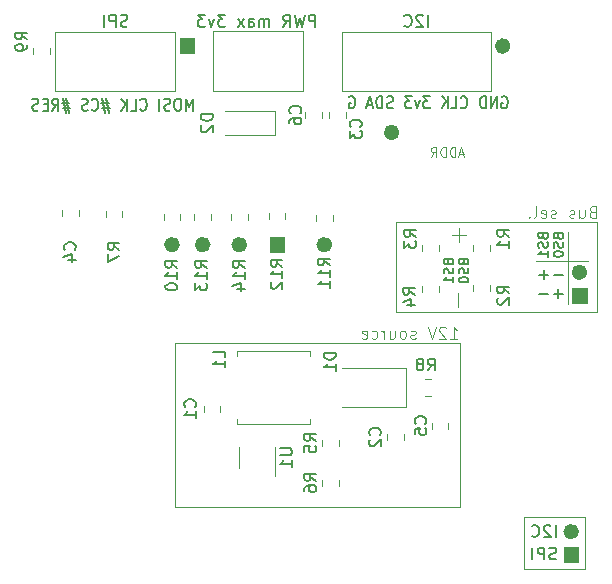
<source format=gbr>
%TF.GenerationSoftware,KiCad,Pcbnew,6.0.4-6f826c9f35~116~ubuntu20.04.1*%
%TF.CreationDate,2022-05-16T10:16:55+00:00*%
%TF.ProjectId,OLED01A,4f4c4544-3031-4412-9e6b-696361645f70,rev?*%
%TF.SameCoordinates,PX72ba1e0PY737d6e0*%
%TF.FileFunction,Legend,Bot*%
%TF.FilePolarity,Positive*%
%FSLAX46Y46*%
G04 Gerber Fmt 4.6, Leading zero omitted, Abs format (unit mm)*
G04 Created by KiCad (PCBNEW 6.0.4-6f826c9f35~116~ubuntu20.04.1) date 2022-05-16 10:16:55*
%MOMM*%
%LPD*%
G01*
G04 APERTURE LIST*
%ADD10C,0.120000*%
%ADD11C,0.660000*%
%ADD12C,0.100000*%
%ADD13C,0.150000*%
G04 APERTURE END LIST*
D10*
X50700000Y19800000D02*
X49500000Y19800000D01*
X49500000Y19800000D02*
X49500000Y18500000D01*
X49500000Y18500000D02*
X50700000Y18500000D01*
X50700000Y18500000D02*
X50700000Y19800000D01*
G36*
X50700000Y19800000D02*
G01*
X49500000Y19800000D01*
X49500000Y18500000D01*
X50700000Y18500000D01*
X50700000Y19800000D01*
G37*
D11*
X16630000Y45400000D02*
G75*
G03*
X16630000Y45400000I-330000J0D01*
G01*
D10*
X30664587Y63434051D02*
X43352540Y63434051D01*
X43352540Y63434051D02*
X43352540Y58363074D01*
X43352540Y58363074D02*
X30664587Y58363074D01*
X30664587Y58363074D02*
X30664587Y63434051D01*
X25800000Y46050000D02*
X24600000Y46050000D01*
X24600000Y46050000D02*
X24600000Y44750000D01*
X24600000Y44750000D02*
X25800000Y44750000D01*
X25800000Y44750000D02*
X25800000Y46050000D01*
G36*
X25800000Y46050000D02*
G01*
X24600000Y46050000D01*
X24600000Y44750000D01*
X25800000Y44750000D01*
X25800000Y46050000D01*
G37*
X52300000Y47300000D02*
X35300000Y47300000D01*
X35300000Y47300000D02*
X35300000Y39700000D01*
X35300000Y39700000D02*
X52300000Y39700000D01*
X52300000Y39700000D02*
X52300000Y47300000D01*
X49800000Y46500000D02*
X49800000Y40400000D01*
X40675000Y37100000D02*
X16600000Y37100000D01*
X16600000Y37100000D02*
X16600000Y23200000D01*
X16600000Y23200000D02*
X40675000Y23200000D01*
X40675000Y23200000D02*
X40675000Y37100000D01*
X6426060Y63430036D02*
X16577435Y63430036D01*
X16577435Y63430036D02*
X16577435Y58363774D01*
X16577435Y58363774D02*
X6426060Y58363774D01*
X6426060Y58363774D02*
X6426060Y63430036D01*
D11*
X44630000Y62200000D02*
G75*
G03*
X44630000Y62200000I-330000J0D01*
G01*
D10*
X51400000Y41750000D02*
X50200000Y41750000D01*
X50200000Y41750000D02*
X50200000Y40450000D01*
X50200000Y40450000D02*
X51400000Y40450000D01*
X51400000Y40450000D02*
X51400000Y41750000D01*
G36*
X51400000Y41750000D02*
G01*
X50200000Y41750000D01*
X50200000Y40450000D01*
X51400000Y40450000D01*
X51400000Y41750000D01*
G37*
X51300000Y22300000D02*
X46100000Y22300000D01*
X46100000Y22300000D02*
X46100000Y17900000D01*
X46100000Y17900000D02*
X51300000Y17900000D01*
X51300000Y17900000D02*
X51300000Y22300000D01*
X18150000Y62900000D02*
X16950000Y62900000D01*
X16950000Y62900000D02*
X16950000Y61600000D01*
X16950000Y61600000D02*
X18150000Y61600000D01*
X18150000Y61600000D02*
X18150000Y62900000D01*
G36*
X18150000Y62900000D02*
G01*
X16950000Y62900000D01*
X16950000Y61600000D01*
X18150000Y61600000D01*
X18150000Y62900000D01*
G37*
D11*
X35230000Y54900000D02*
G75*
G03*
X35230000Y54900000I-330000J0D01*
G01*
D10*
X19800000Y63450000D02*
X27406340Y63450000D01*
X27406340Y63450000D02*
X27406340Y58362440D01*
X27406340Y58362440D02*
X19800000Y58362440D01*
X19800000Y58362440D02*
X19800000Y63450000D01*
D11*
X22330000Y45400000D02*
G75*
G03*
X22330000Y45400000I-330000J0D01*
G01*
X19230000Y45400000D02*
G75*
G03*
X19230000Y45400000I-330000J0D01*
G01*
X51130000Y43050000D02*
G75*
G03*
X51130000Y43050000I-330000J0D01*
G01*
X50430000Y21100000D02*
G75*
G03*
X50430000Y21100000I-330000J0D01*
G01*
X29530000Y45400000D02*
G75*
G03*
X29530000Y45400000I-330000J0D01*
G01*
D10*
X51500000Y44000000D02*
X47100000Y44000000D01*
D12*
X51900000Y48171429D02*
X51757142Y48123810D01*
X51709523Y48076191D01*
X51661904Y47980953D01*
X51661904Y47838096D01*
X51709523Y47742858D01*
X51757142Y47695239D01*
X51852380Y47647620D01*
X52233333Y47647620D01*
X52233333Y48647620D01*
X51900000Y48647620D01*
X51804761Y48600000D01*
X51757142Y48552381D01*
X51709523Y48457143D01*
X51709523Y48361905D01*
X51757142Y48266667D01*
X51804761Y48219048D01*
X51900000Y48171429D01*
X52233333Y48171429D01*
X50804761Y48314286D02*
X50804761Y47647620D01*
X51233333Y48314286D02*
X51233333Y47790477D01*
X51185714Y47695239D01*
X51090476Y47647620D01*
X50947619Y47647620D01*
X50852380Y47695239D01*
X50804761Y47742858D01*
X50376190Y47695239D02*
X50280952Y47647620D01*
X50090476Y47647620D01*
X49995238Y47695239D01*
X49947619Y47790477D01*
X49947619Y47838096D01*
X49995238Y47933334D01*
X50090476Y47980953D01*
X50233333Y47980953D01*
X50328571Y48028572D01*
X50376190Y48123810D01*
X50376190Y48171429D01*
X50328571Y48266667D01*
X50233333Y48314286D01*
X50090476Y48314286D01*
X49995238Y48266667D01*
X48804761Y47695239D02*
X48709523Y47647620D01*
X48519047Y47647620D01*
X48423809Y47695239D01*
X48376190Y47790477D01*
X48376190Y47838096D01*
X48423809Y47933334D01*
X48519047Y47980953D01*
X48661904Y47980953D01*
X48757142Y48028572D01*
X48804761Y48123810D01*
X48804761Y48171429D01*
X48757142Y48266667D01*
X48661904Y48314286D01*
X48519047Y48314286D01*
X48423809Y48266667D01*
X47566666Y47695239D02*
X47661904Y47647620D01*
X47852380Y47647620D01*
X47947619Y47695239D01*
X47995238Y47790477D01*
X47995238Y48171429D01*
X47947619Y48266667D01*
X47852380Y48314286D01*
X47661904Y48314286D01*
X47566666Y48266667D01*
X47519047Y48171429D01*
X47519047Y48076191D01*
X47995238Y47980953D01*
X46947619Y47647620D02*
X47042857Y47695239D01*
X47090476Y47790477D01*
X47090476Y48647620D01*
X46566666Y47742858D02*
X46519047Y47695239D01*
X46566666Y47647620D01*
X46614285Y47695239D01*
X46566666Y47742858D01*
X46566666Y47647620D01*
D13*
X44235714Y57900000D02*
X44321428Y57947620D01*
X44450000Y57947620D01*
X44578571Y57900000D01*
X44664285Y57804762D01*
X44707142Y57709524D01*
X44750000Y57519048D01*
X44750000Y57376191D01*
X44707142Y57185715D01*
X44664285Y57090477D01*
X44578571Y56995239D01*
X44450000Y56947620D01*
X44364285Y56947620D01*
X44235714Y56995239D01*
X44192857Y57042858D01*
X44192857Y57376191D01*
X44364285Y57376191D01*
X43807142Y56947620D02*
X43807142Y57947620D01*
X43292857Y56947620D01*
X43292857Y57947620D01*
X42864285Y56947620D02*
X42864285Y57947620D01*
X42650000Y57947620D01*
X42521428Y57900000D01*
X42435714Y57804762D01*
X42392857Y57709524D01*
X42350000Y57519048D01*
X42350000Y57376191D01*
X42392857Y57185715D01*
X42435714Y57090477D01*
X42521428Y56995239D01*
X42650000Y56947620D01*
X42864285Y56947620D01*
X40764285Y57042858D02*
X40807142Y56995239D01*
X40935714Y56947620D01*
X41021428Y56947620D01*
X41150000Y56995239D01*
X41235714Y57090477D01*
X41278571Y57185715D01*
X41321428Y57376191D01*
X41321428Y57519048D01*
X41278571Y57709524D01*
X41235714Y57804762D01*
X41150000Y57900000D01*
X41021428Y57947620D01*
X40935714Y57947620D01*
X40807142Y57900000D01*
X40764285Y57852381D01*
X39950000Y56947620D02*
X40378571Y56947620D01*
X40378571Y57947620D01*
X39650000Y56947620D02*
X39650000Y57947620D01*
X39135714Y56947620D02*
X39521428Y57519048D01*
X39135714Y57947620D02*
X39650000Y57376191D01*
X38150000Y57947620D02*
X37592857Y57947620D01*
X37892857Y57566667D01*
X37764285Y57566667D01*
X37678571Y57519048D01*
X37635714Y57471429D01*
X37592857Y57376191D01*
X37592857Y57138096D01*
X37635714Y57042858D01*
X37678571Y56995239D01*
X37764285Y56947620D01*
X38021428Y56947620D01*
X38107142Y56995239D01*
X38150000Y57042858D01*
X37292857Y57614286D02*
X37078571Y56947620D01*
X36864285Y57614286D01*
X36607142Y57947620D02*
X36050000Y57947620D01*
X36350000Y57566667D01*
X36221428Y57566667D01*
X36135714Y57519048D01*
X36092857Y57471429D01*
X36050000Y57376191D01*
X36050000Y57138096D01*
X36092857Y57042858D01*
X36135714Y56995239D01*
X36221428Y56947620D01*
X36478571Y56947620D01*
X36564285Y56995239D01*
X36607142Y57042858D01*
X35021428Y56995239D02*
X34892857Y56947620D01*
X34678571Y56947620D01*
X34592857Y56995239D01*
X34550000Y57042858D01*
X34507142Y57138096D01*
X34507142Y57233334D01*
X34550000Y57328572D01*
X34592857Y57376191D01*
X34678571Y57423810D01*
X34850000Y57471429D01*
X34935714Y57519048D01*
X34978571Y57566667D01*
X35021428Y57661905D01*
X35021428Y57757143D01*
X34978571Y57852381D01*
X34935714Y57900000D01*
X34850000Y57947620D01*
X34635714Y57947620D01*
X34507142Y57900000D01*
X34121428Y56947620D02*
X34121428Y57947620D01*
X33907142Y57947620D01*
X33778571Y57900000D01*
X33692857Y57804762D01*
X33650000Y57709524D01*
X33607142Y57519048D01*
X33607142Y57376191D01*
X33650000Y57185715D01*
X33692857Y57090477D01*
X33778571Y56995239D01*
X33907142Y56947620D01*
X34121428Y56947620D01*
X33264285Y57233334D02*
X32835714Y57233334D01*
X33350000Y56947620D02*
X33050000Y57947620D01*
X32750000Y56947620D01*
X31292857Y57900000D02*
X31378571Y57947620D01*
X31507142Y57947620D01*
X31635714Y57900000D01*
X31721428Y57804762D01*
X31764285Y57709524D01*
X31807142Y57519048D01*
X31807142Y57376191D01*
X31764285Y57185715D01*
X31721428Y57090477D01*
X31635714Y56995239D01*
X31507142Y56947620D01*
X31421428Y56947620D01*
X31292857Y56995239D01*
X31250000Y57042858D01*
X31250000Y57376191D01*
X31421428Y57376191D01*
X12523809Y63895239D02*
X12380952Y63847620D01*
X12142857Y63847620D01*
X12047619Y63895239D01*
X12000000Y63942858D01*
X11952380Y64038096D01*
X11952380Y64133334D01*
X12000000Y64228572D01*
X12047619Y64276191D01*
X12142857Y64323810D01*
X12333333Y64371429D01*
X12428571Y64419048D01*
X12476190Y64466667D01*
X12523809Y64561905D01*
X12523809Y64657143D01*
X12476190Y64752381D01*
X12428571Y64800000D01*
X12333333Y64847620D01*
X12095238Y64847620D01*
X11952380Y64800000D01*
X11523809Y63847620D02*
X11523809Y64847620D01*
X11142857Y64847620D01*
X11047619Y64800000D01*
X11000000Y64752381D01*
X10952380Y64657143D01*
X10952380Y64514286D01*
X11000000Y64419048D01*
X11047619Y64371429D01*
X11142857Y64323810D01*
X11523809Y64323810D01*
X10523809Y63847620D02*
X10523809Y64847620D01*
D12*
X39876190Y37447620D02*
X40447619Y37447620D01*
X40161904Y37447620D02*
X40161904Y38447620D01*
X40257142Y38304762D01*
X40352380Y38209524D01*
X40447619Y38161905D01*
X39495238Y38352381D02*
X39447619Y38400000D01*
X39352380Y38447620D01*
X39114285Y38447620D01*
X39019047Y38400000D01*
X38971428Y38352381D01*
X38923809Y38257143D01*
X38923809Y38161905D01*
X38971428Y38019048D01*
X39542857Y37447620D01*
X38923809Y37447620D01*
X38638095Y38447620D02*
X38304761Y37447620D01*
X37971428Y38447620D01*
X36923809Y37495239D02*
X36828571Y37447620D01*
X36638095Y37447620D01*
X36542857Y37495239D01*
X36495238Y37590477D01*
X36495238Y37638096D01*
X36542857Y37733334D01*
X36638095Y37780953D01*
X36780952Y37780953D01*
X36876190Y37828572D01*
X36923809Y37923810D01*
X36923809Y37971429D01*
X36876190Y38066667D01*
X36780952Y38114286D01*
X36638095Y38114286D01*
X36542857Y38066667D01*
X35923809Y37447620D02*
X36019047Y37495239D01*
X36066666Y37542858D01*
X36114285Y37638096D01*
X36114285Y37923810D01*
X36066666Y38019048D01*
X36019047Y38066667D01*
X35923809Y38114286D01*
X35780952Y38114286D01*
X35685714Y38066667D01*
X35638095Y38019048D01*
X35590476Y37923810D01*
X35590476Y37638096D01*
X35638095Y37542858D01*
X35685714Y37495239D01*
X35780952Y37447620D01*
X35923809Y37447620D01*
X34733333Y38114286D02*
X34733333Y37447620D01*
X35161904Y38114286D02*
X35161904Y37590477D01*
X35114285Y37495239D01*
X35019047Y37447620D01*
X34876190Y37447620D01*
X34780952Y37495239D01*
X34733333Y37542858D01*
X34257142Y37447620D02*
X34257142Y38114286D01*
X34257142Y37923810D02*
X34209523Y38019048D01*
X34161904Y38066667D01*
X34066666Y38114286D01*
X33971428Y38114286D01*
X33209523Y37495239D02*
X33304761Y37447620D01*
X33495238Y37447620D01*
X33590476Y37495239D01*
X33638095Y37542858D01*
X33685714Y37638096D01*
X33685714Y37923810D01*
X33638095Y38019048D01*
X33590476Y38066667D01*
X33495238Y38114286D01*
X33304761Y38114286D01*
X33209523Y38066667D01*
X32400000Y37495239D02*
X32495238Y37447620D01*
X32685714Y37447620D01*
X32780952Y37495239D01*
X32828571Y37590477D01*
X32828571Y37971429D01*
X32780952Y38066667D01*
X32685714Y38114286D01*
X32495238Y38114286D01*
X32400000Y38066667D01*
X32352380Y37971429D01*
X32352380Y37876191D01*
X32828571Y37780953D01*
D13*
X28452380Y63847620D02*
X28452380Y64847620D01*
X28071428Y64847620D01*
X27976190Y64800000D01*
X27928571Y64752381D01*
X27880952Y64657143D01*
X27880952Y64514286D01*
X27928571Y64419048D01*
X27976190Y64371429D01*
X28071428Y64323810D01*
X28452380Y64323810D01*
X27547619Y64847620D02*
X27309523Y63847620D01*
X27119047Y64561905D01*
X26928571Y63847620D01*
X26690476Y64847620D01*
X25738095Y63847620D02*
X26071428Y64323810D01*
X26309523Y63847620D02*
X26309523Y64847620D01*
X25928571Y64847620D01*
X25833333Y64800000D01*
X25785714Y64752381D01*
X25738095Y64657143D01*
X25738095Y64514286D01*
X25785714Y64419048D01*
X25833333Y64371429D01*
X25928571Y64323810D01*
X26309523Y64323810D01*
X24547619Y63847620D02*
X24547619Y64514286D01*
X24547619Y64419048D02*
X24500000Y64466667D01*
X24404761Y64514286D01*
X24261904Y64514286D01*
X24166666Y64466667D01*
X24119047Y64371429D01*
X24119047Y63847620D01*
X24119047Y64371429D02*
X24071428Y64466667D01*
X23976190Y64514286D01*
X23833333Y64514286D01*
X23738095Y64466667D01*
X23690476Y64371429D01*
X23690476Y63847620D01*
X22785714Y63847620D02*
X22785714Y64371429D01*
X22833333Y64466667D01*
X22928571Y64514286D01*
X23119047Y64514286D01*
X23214285Y64466667D01*
X22785714Y63895239D02*
X22880952Y63847620D01*
X23119047Y63847620D01*
X23214285Y63895239D01*
X23261904Y63990477D01*
X23261904Y64085715D01*
X23214285Y64180953D01*
X23119047Y64228572D01*
X22880952Y64228572D01*
X22785714Y64276191D01*
X22404761Y63847620D02*
X21880952Y64514286D01*
X22404761Y64514286D02*
X21880952Y63847620D01*
X20833333Y64847620D02*
X20214285Y64847620D01*
X20547619Y64466667D01*
X20404761Y64466667D01*
X20309523Y64419048D01*
X20261904Y64371429D01*
X20214285Y64276191D01*
X20214285Y64038096D01*
X20261904Y63942858D01*
X20309523Y63895239D01*
X20404761Y63847620D01*
X20690476Y63847620D01*
X20785714Y63895239D01*
X20833333Y63942858D01*
X19880952Y64514286D02*
X19642857Y63847620D01*
X19404761Y64514286D01*
X19119047Y64847620D02*
X18500000Y64847620D01*
X18833333Y64466667D01*
X18690476Y64466667D01*
X18595238Y64419048D01*
X18547619Y64371429D01*
X18500000Y64276191D01*
X18500000Y64038096D01*
X18547619Y63942858D01*
X18595238Y63895239D01*
X18690476Y63847620D01*
X18976190Y63847620D01*
X19071428Y63895239D01*
X19119047Y63942858D01*
X47698857Y46104762D02*
X47736952Y45990477D01*
X47775047Y45952381D01*
X47851238Y45914286D01*
X47965523Y45914286D01*
X48041714Y45952381D01*
X48079809Y45990477D01*
X48117904Y46066667D01*
X48117904Y46371429D01*
X47317904Y46371429D01*
X47317904Y46104762D01*
X47356000Y46028572D01*
X47394095Y45990477D01*
X47470285Y45952381D01*
X47546476Y45952381D01*
X47622666Y45990477D01*
X47660761Y46028572D01*
X47698857Y46104762D01*
X47698857Y46371429D01*
X48079809Y45609524D02*
X48117904Y45495239D01*
X48117904Y45304762D01*
X48079809Y45228572D01*
X48041714Y45190477D01*
X47965523Y45152381D01*
X47889333Y45152381D01*
X47813142Y45190477D01*
X47775047Y45228572D01*
X47736952Y45304762D01*
X47698857Y45457143D01*
X47660761Y45533334D01*
X47622666Y45571429D01*
X47546476Y45609524D01*
X47470285Y45609524D01*
X47394095Y45571429D01*
X47356000Y45533334D01*
X47317904Y45457143D01*
X47317904Y45266667D01*
X47356000Y45152381D01*
X48117904Y44390477D02*
X48117904Y44847620D01*
X48117904Y44619048D02*
X47317904Y44619048D01*
X47432190Y44695239D01*
X47508380Y44771429D01*
X47546476Y44847620D01*
X48986857Y46104762D02*
X49024952Y45990477D01*
X49063047Y45952381D01*
X49139238Y45914286D01*
X49253523Y45914286D01*
X49329714Y45952381D01*
X49367809Y45990477D01*
X49405904Y46066667D01*
X49405904Y46371429D01*
X48605904Y46371429D01*
X48605904Y46104762D01*
X48644000Y46028572D01*
X48682095Y45990477D01*
X48758285Y45952381D01*
X48834476Y45952381D01*
X48910666Y45990477D01*
X48948761Y46028572D01*
X48986857Y46104762D01*
X48986857Y46371429D01*
X49367809Y45609524D02*
X49405904Y45495239D01*
X49405904Y45304762D01*
X49367809Y45228572D01*
X49329714Y45190477D01*
X49253523Y45152381D01*
X49177333Y45152381D01*
X49101142Y45190477D01*
X49063047Y45228572D01*
X49024952Y45304762D01*
X48986857Y45457143D01*
X48948761Y45533334D01*
X48910666Y45571429D01*
X48834476Y45609524D01*
X48758285Y45609524D01*
X48682095Y45571429D01*
X48644000Y45533334D01*
X48605904Y45457143D01*
X48605904Y45266667D01*
X48644000Y45152381D01*
X48605904Y44657143D02*
X48605904Y44580953D01*
X48644000Y44504762D01*
X48682095Y44466667D01*
X48758285Y44428572D01*
X48910666Y44390477D01*
X49101142Y44390477D01*
X49253523Y44428572D01*
X49329714Y44466667D01*
X49367809Y44504762D01*
X49405904Y44580953D01*
X49405904Y44657143D01*
X49367809Y44733334D01*
X49329714Y44771429D01*
X49253523Y44809524D01*
X49101142Y44847620D01*
X48910666Y44847620D01*
X48758285Y44809524D01*
X48682095Y44771429D01*
X48644000Y44733334D01*
X48605904Y44657143D01*
D12*
X40990476Y53066667D02*
X40609523Y53066667D01*
X41066666Y52838096D02*
X40800000Y53638096D01*
X40533333Y52838096D01*
X40266666Y52838096D02*
X40266666Y53638096D01*
X40076190Y53638096D01*
X39961904Y53600000D01*
X39885714Y53523810D01*
X39847619Y53447620D01*
X39809523Y53295239D01*
X39809523Y53180953D01*
X39847619Y53028572D01*
X39885714Y52952381D01*
X39961904Y52876191D01*
X40076190Y52838096D01*
X40266666Y52838096D01*
X39466666Y52838096D02*
X39466666Y53638096D01*
X39276190Y53638096D01*
X39161904Y53600000D01*
X39085714Y53523810D01*
X39047619Y53447620D01*
X39009523Y53295239D01*
X39009523Y53180953D01*
X39047619Y53028572D01*
X39085714Y52952381D01*
X39161904Y52876191D01*
X39276190Y52838096D01*
X39466666Y52838096D01*
X38209523Y52838096D02*
X38476190Y53219048D01*
X38666666Y52838096D02*
X38666666Y53638096D01*
X38361904Y53638096D01*
X38285714Y53600000D01*
X38247619Y53561905D01*
X38209523Y53485715D01*
X38209523Y53371429D01*
X38247619Y53295239D01*
X38285714Y53257143D01*
X38361904Y53219048D01*
X38666666Y53219048D01*
D13*
X48776190Y20647620D02*
X48776190Y21647620D01*
X48347619Y21552381D02*
X48300000Y21600000D01*
X48204761Y21647620D01*
X47966666Y21647620D01*
X47871428Y21600000D01*
X47823809Y21552381D01*
X47776190Y21457143D01*
X47776190Y21361905D01*
X47823809Y21219048D01*
X48395238Y20647620D01*
X47776190Y20647620D01*
X46776190Y20742858D02*
X46823809Y20695239D01*
X46966666Y20647620D01*
X47061904Y20647620D01*
X47204761Y20695239D01*
X47300000Y20790477D01*
X47347619Y20885715D01*
X47395238Y21076191D01*
X47395238Y21219048D01*
X47347619Y21409524D01*
X47300000Y21504762D01*
X47204761Y21600000D01*
X47061904Y21647620D01*
X46966666Y21647620D01*
X46823809Y21600000D01*
X46776190Y21552381D01*
D12*
X40507142Y41271429D02*
X40507142Y40128572D01*
X40607142Y46771429D02*
X40607142Y45628572D01*
X41178571Y46200000D02*
X40035714Y46200000D01*
D13*
X37976190Y63847620D02*
X37976190Y64847620D01*
X37547619Y64752381D02*
X37500000Y64800000D01*
X37404761Y64847620D01*
X37166666Y64847620D01*
X37071428Y64800000D01*
X37023809Y64752381D01*
X36976190Y64657143D01*
X36976190Y64561905D01*
X37023809Y64419048D01*
X37595238Y63847620D01*
X36976190Y63847620D01*
X35976190Y63942858D02*
X36023809Y63895239D01*
X36166666Y63847620D01*
X36261904Y63847620D01*
X36404761Y63895239D01*
X36500000Y63990477D01*
X36547619Y64085715D01*
X36595238Y64276191D01*
X36595238Y64419048D01*
X36547619Y64609524D01*
X36500000Y64704762D01*
X36404761Y64800000D01*
X36261904Y64847620D01*
X36166666Y64847620D01*
X36023809Y64800000D01*
X35976190Y64752381D01*
X18071428Y56747620D02*
X18071428Y57747620D01*
X17771428Y57033334D01*
X17471428Y57747620D01*
X17471428Y56747620D01*
X16871428Y57747620D02*
X16700000Y57747620D01*
X16614285Y57700000D01*
X16528571Y57604762D01*
X16485714Y57414286D01*
X16485714Y57080953D01*
X16528571Y56890477D01*
X16614285Y56795239D01*
X16700000Y56747620D01*
X16871428Y56747620D01*
X16957142Y56795239D01*
X17042857Y56890477D01*
X17085714Y57080953D01*
X17085714Y57414286D01*
X17042857Y57604762D01*
X16957142Y57700000D01*
X16871428Y57747620D01*
X16142857Y56795239D02*
X16014285Y56747620D01*
X15800000Y56747620D01*
X15714285Y56795239D01*
X15671428Y56842858D01*
X15628571Y56938096D01*
X15628571Y57033334D01*
X15671428Y57128572D01*
X15714285Y57176191D01*
X15800000Y57223810D01*
X15971428Y57271429D01*
X16057142Y57319048D01*
X16100000Y57366667D01*
X16142857Y57461905D01*
X16142857Y57557143D01*
X16100000Y57652381D01*
X16057142Y57700000D01*
X15971428Y57747620D01*
X15757142Y57747620D01*
X15628571Y57700000D01*
X15242857Y56747620D02*
X15242857Y57747620D01*
X13614285Y56842858D02*
X13657142Y56795239D01*
X13785714Y56747620D01*
X13871428Y56747620D01*
X14000000Y56795239D01*
X14085714Y56890477D01*
X14128571Y56985715D01*
X14171428Y57176191D01*
X14171428Y57319048D01*
X14128571Y57509524D01*
X14085714Y57604762D01*
X14000000Y57700000D01*
X13871428Y57747620D01*
X13785714Y57747620D01*
X13657142Y57700000D01*
X13614285Y57652381D01*
X12800000Y56747620D02*
X13228571Y56747620D01*
X13228571Y57747620D01*
X12500000Y56747620D02*
X12500000Y57747620D01*
X11985714Y56747620D02*
X12371428Y57319048D01*
X11985714Y57747620D02*
X12500000Y57176191D01*
X10957142Y57414286D02*
X10314285Y57414286D01*
X10700000Y57842858D02*
X10957142Y56557143D01*
X10400000Y56985715D02*
X11042857Y56985715D01*
X10657142Y56557143D02*
X10400000Y57842858D01*
X9500000Y56842858D02*
X9542857Y56795239D01*
X9671428Y56747620D01*
X9757142Y56747620D01*
X9885714Y56795239D01*
X9971428Y56890477D01*
X10014285Y56985715D01*
X10057142Y57176191D01*
X10057142Y57319048D01*
X10014285Y57509524D01*
X9971428Y57604762D01*
X9885714Y57700000D01*
X9757142Y57747620D01*
X9671428Y57747620D01*
X9542857Y57700000D01*
X9500000Y57652381D01*
X9157142Y56795239D02*
X9028571Y56747620D01*
X8814285Y56747620D01*
X8728571Y56795239D01*
X8685714Y56842858D01*
X8642857Y56938096D01*
X8642857Y57033334D01*
X8685714Y57128572D01*
X8728571Y57176191D01*
X8814285Y57223810D01*
X8985714Y57271429D01*
X9071428Y57319048D01*
X9114285Y57366667D01*
X9157142Y57461905D01*
X9157142Y57557143D01*
X9114285Y57652381D01*
X9071428Y57700000D01*
X8985714Y57747620D01*
X8771428Y57747620D01*
X8642857Y57700000D01*
X7614285Y57414286D02*
X6971428Y57414286D01*
X7357142Y57842858D02*
X7614285Y56557143D01*
X7057142Y56985715D02*
X7700000Y56985715D01*
X7314285Y56557143D02*
X7057142Y57842858D01*
X6157142Y56747620D02*
X6457142Y57223810D01*
X6671428Y56747620D02*
X6671428Y57747620D01*
X6328571Y57747620D01*
X6242857Y57700000D01*
X6200000Y57652381D01*
X6157142Y57557143D01*
X6157142Y57414286D01*
X6200000Y57319048D01*
X6242857Y57271429D01*
X6328571Y57223810D01*
X6671428Y57223810D01*
X5771428Y57271429D02*
X5471428Y57271429D01*
X5342857Y56747620D02*
X5771428Y56747620D01*
X5771428Y57747620D01*
X5342857Y57747620D01*
X5000000Y56795239D02*
X4871428Y56747620D01*
X4657142Y56747620D01*
X4571428Y56795239D01*
X4528571Y56842858D01*
X4485714Y56938096D01*
X4485714Y57033334D01*
X4528571Y57128572D01*
X4571428Y57176191D01*
X4657142Y57223810D01*
X4828571Y57271429D01*
X4914285Y57319048D01*
X4957142Y57366667D01*
X5000000Y57461905D01*
X5000000Y57557143D01*
X4957142Y57652381D01*
X4914285Y57700000D01*
X4828571Y57747620D01*
X4614285Y57747620D01*
X4485714Y57700000D01*
X48823809Y18795239D02*
X48680952Y18747620D01*
X48442857Y18747620D01*
X48347619Y18795239D01*
X48300000Y18842858D01*
X48252380Y18938096D01*
X48252380Y19033334D01*
X48300000Y19128572D01*
X48347619Y19176191D01*
X48442857Y19223810D01*
X48633333Y19271429D01*
X48728571Y19319048D01*
X48776190Y19366667D01*
X48823809Y19461905D01*
X48823809Y19557143D01*
X48776190Y19652381D01*
X48728571Y19700000D01*
X48633333Y19747620D01*
X48395238Y19747620D01*
X48252380Y19700000D01*
X47823809Y18747620D02*
X47823809Y19747620D01*
X47442857Y19747620D01*
X47347619Y19700000D01*
X47300000Y19652381D01*
X47252380Y19557143D01*
X47252380Y19414286D01*
X47300000Y19319048D01*
X47347619Y19271429D01*
X47442857Y19223810D01*
X47823809Y19223810D01*
X46823809Y18747620D02*
X46823809Y19747620D01*
X39698857Y43904762D02*
X39736952Y43790477D01*
X39775047Y43752381D01*
X39851238Y43714286D01*
X39965523Y43714286D01*
X40041714Y43752381D01*
X40079809Y43790477D01*
X40117904Y43866667D01*
X40117904Y44171429D01*
X39317904Y44171429D01*
X39317904Y43904762D01*
X39356000Y43828572D01*
X39394095Y43790477D01*
X39470285Y43752381D01*
X39546476Y43752381D01*
X39622666Y43790477D01*
X39660761Y43828572D01*
X39698857Y43904762D01*
X39698857Y44171429D01*
X40079809Y43409524D02*
X40117904Y43295239D01*
X40117904Y43104762D01*
X40079809Y43028572D01*
X40041714Y42990477D01*
X39965523Y42952381D01*
X39889333Y42952381D01*
X39813142Y42990477D01*
X39775047Y43028572D01*
X39736952Y43104762D01*
X39698857Y43257143D01*
X39660761Y43333334D01*
X39622666Y43371429D01*
X39546476Y43409524D01*
X39470285Y43409524D01*
X39394095Y43371429D01*
X39356000Y43333334D01*
X39317904Y43257143D01*
X39317904Y43066667D01*
X39356000Y42952381D01*
X40117904Y42190477D02*
X40117904Y42647620D01*
X40117904Y42419048D02*
X39317904Y42419048D01*
X39432190Y42495239D01*
X39508380Y42571429D01*
X39546476Y42647620D01*
X40986857Y43904762D02*
X41024952Y43790477D01*
X41063047Y43752381D01*
X41139238Y43714286D01*
X41253523Y43714286D01*
X41329714Y43752381D01*
X41367809Y43790477D01*
X41405904Y43866667D01*
X41405904Y44171429D01*
X40605904Y44171429D01*
X40605904Y43904762D01*
X40644000Y43828572D01*
X40682095Y43790477D01*
X40758285Y43752381D01*
X40834476Y43752381D01*
X40910666Y43790477D01*
X40948761Y43828572D01*
X40986857Y43904762D01*
X40986857Y44171429D01*
X41367809Y43409524D02*
X41405904Y43295239D01*
X41405904Y43104762D01*
X41367809Y43028572D01*
X41329714Y42990477D01*
X41253523Y42952381D01*
X41177333Y42952381D01*
X41101142Y42990477D01*
X41063047Y43028572D01*
X41024952Y43104762D01*
X40986857Y43257143D01*
X40948761Y43333334D01*
X40910666Y43371429D01*
X40834476Y43409524D01*
X40758285Y43409524D01*
X40682095Y43371429D01*
X40644000Y43333334D01*
X40605904Y43257143D01*
X40605904Y43066667D01*
X40644000Y42952381D01*
X40605904Y42457143D02*
X40605904Y42380953D01*
X40644000Y42304762D01*
X40682095Y42266667D01*
X40758285Y42228572D01*
X40910666Y42190477D01*
X41101142Y42190477D01*
X41253523Y42228572D01*
X41329714Y42266667D01*
X41367809Y42304762D01*
X41405904Y42380953D01*
X41405904Y42457143D01*
X41367809Y42533334D01*
X41329714Y42571429D01*
X41253523Y42609524D01*
X41101142Y42647620D01*
X40910666Y42647620D01*
X40758285Y42609524D01*
X40682095Y42571429D01*
X40644000Y42533334D01*
X40605904Y42457143D01*
X49400000Y42833572D02*
X48638095Y42833572D01*
X48161904Y42833572D02*
X47400000Y42833572D01*
X47780952Y42452620D02*
X47780952Y43214524D01*
X49400000Y41223572D02*
X48638095Y41223572D01*
X49019047Y40842620D02*
X49019047Y41604524D01*
X48161904Y41223572D02*
X47400000Y41223572D01*
%TO.C,L1*%
X20752380Y35866667D02*
X20752380Y36342858D01*
X19752380Y36342858D01*
X20752380Y35009524D02*
X20752380Y35580953D01*
X20752380Y35295239D02*
X19752380Y35295239D01*
X19895238Y35390477D01*
X19990476Y35485715D01*
X20038095Y35580953D01*
%TO.C,R10*%
X16752380Y43442858D02*
X16276190Y43776191D01*
X16752380Y44014286D02*
X15752380Y44014286D01*
X15752380Y43633334D01*
X15800000Y43538096D01*
X15847619Y43490477D01*
X15942857Y43442858D01*
X16085714Y43442858D01*
X16180952Y43490477D01*
X16228571Y43538096D01*
X16276190Y43633334D01*
X16276190Y44014286D01*
X16752380Y42490477D02*
X16752380Y43061905D01*
X16752380Y42776191D02*
X15752380Y42776191D01*
X15895238Y42871429D01*
X15990476Y42966667D01*
X16038095Y43061905D01*
X15752380Y41871429D02*
X15752380Y41776191D01*
X15800000Y41680953D01*
X15847619Y41633334D01*
X15942857Y41585715D01*
X16133333Y41538096D01*
X16371428Y41538096D01*
X16561904Y41585715D01*
X16657142Y41633334D01*
X16704761Y41680953D01*
X16752380Y41776191D01*
X16752380Y41871429D01*
X16704761Y41966667D01*
X16657142Y42014286D01*
X16561904Y42061905D01*
X16371428Y42109524D01*
X16133333Y42109524D01*
X15942857Y42061905D01*
X15847619Y42014286D01*
X15800000Y41966667D01*
X15752380Y41871429D01*
%TO.C,R2*%
X44852380Y41266667D02*
X44376190Y41600000D01*
X44852380Y41838096D02*
X43852380Y41838096D01*
X43852380Y41457143D01*
X43900000Y41361905D01*
X43947619Y41314286D01*
X44042857Y41266667D01*
X44185714Y41266667D01*
X44280952Y41314286D01*
X44328571Y41361905D01*
X44376190Y41457143D01*
X44376190Y41838096D01*
X43947619Y40885715D02*
X43900000Y40838096D01*
X43852380Y40742858D01*
X43852380Y40504762D01*
X43900000Y40409524D01*
X43947619Y40361905D01*
X44042857Y40314286D01*
X44138095Y40314286D01*
X44280952Y40361905D01*
X44852380Y40933334D01*
X44852380Y40314286D01*
%TO.C,U1*%
X25452039Y28138258D02*
X26261563Y28138258D01*
X26356801Y28090639D01*
X26404420Y28043020D01*
X26452039Y27947782D01*
X26452039Y27757306D01*
X26404420Y27662068D01*
X26356801Y27614449D01*
X26261563Y27566830D01*
X25452039Y27566830D01*
X26452039Y26566830D02*
X26452039Y27138258D01*
X26452039Y26852544D02*
X25452039Y26852544D01*
X25594897Y26947782D01*
X25690135Y27043020D01*
X25737754Y27138258D01*
%TO.C,R7*%
X11852380Y44966667D02*
X11376190Y45300000D01*
X11852380Y45538096D02*
X10852380Y45538096D01*
X10852380Y45157143D01*
X10900000Y45061905D01*
X10947619Y45014286D01*
X11042857Y44966667D01*
X11185714Y44966667D01*
X11280952Y45014286D01*
X11328571Y45061905D01*
X11376190Y45157143D01*
X11376190Y45538096D01*
X10852380Y44633334D02*
X10852380Y43966667D01*
X11852380Y44395239D01*
%TO.C,R3*%
X36952380Y46066667D02*
X36476190Y46400000D01*
X36952380Y46638096D02*
X35952380Y46638096D01*
X35952380Y46257143D01*
X36000000Y46161905D01*
X36047619Y46114286D01*
X36142857Y46066667D01*
X36285714Y46066667D01*
X36380952Y46114286D01*
X36428571Y46161905D01*
X36476190Y46257143D01*
X36476190Y46638096D01*
X35952380Y45733334D02*
X35952380Y45114286D01*
X36333333Y45447620D01*
X36333333Y45304762D01*
X36380952Y45209524D01*
X36428571Y45161905D01*
X36523809Y45114286D01*
X36761904Y45114286D01*
X36857142Y45161905D01*
X36904761Y45209524D01*
X36952380Y45304762D01*
X36952380Y45590477D01*
X36904761Y45685715D01*
X36857142Y45733334D01*
%TO.C,D2*%
X19752380Y56438096D02*
X18752380Y56438096D01*
X18752380Y56200000D01*
X18800000Y56057143D01*
X18895238Y55961905D01*
X18990476Y55914286D01*
X19180952Y55866667D01*
X19323809Y55866667D01*
X19514285Y55914286D01*
X19609523Y55961905D01*
X19704761Y56057143D01*
X19752380Y56200000D01*
X19752380Y56438096D01*
X18847619Y55485715D02*
X18800000Y55438096D01*
X18752380Y55342858D01*
X18752380Y55104762D01*
X18800000Y55009524D01*
X18847619Y54961905D01*
X18942857Y54914286D01*
X19038095Y54914286D01*
X19180952Y54961905D01*
X19752380Y55533334D01*
X19752380Y54914286D01*
%TO.C,C3*%
X32257142Y55366667D02*
X32304761Y55414286D01*
X32352380Y55557143D01*
X32352380Y55652381D01*
X32304761Y55795239D01*
X32209523Y55890477D01*
X32114285Y55938096D01*
X31923809Y55985715D01*
X31780952Y55985715D01*
X31590476Y55938096D01*
X31495238Y55890477D01*
X31400000Y55795239D01*
X31352380Y55652381D01*
X31352380Y55557143D01*
X31400000Y55414286D01*
X31447619Y55366667D01*
X31352380Y55033334D02*
X31352380Y54414286D01*
X31733333Y54747620D01*
X31733333Y54604762D01*
X31780952Y54509524D01*
X31828571Y54461905D01*
X31923809Y54414286D01*
X32161904Y54414286D01*
X32257142Y54461905D01*
X32304761Y54509524D01*
X32352380Y54604762D01*
X32352380Y54890477D01*
X32304761Y54985715D01*
X32257142Y55033334D01*
%TO.C,R13*%
X19252380Y43442858D02*
X18776190Y43776191D01*
X19252380Y44014286D02*
X18252380Y44014286D01*
X18252380Y43633334D01*
X18300000Y43538096D01*
X18347619Y43490477D01*
X18442857Y43442858D01*
X18585714Y43442858D01*
X18680952Y43490477D01*
X18728571Y43538096D01*
X18776190Y43633334D01*
X18776190Y44014286D01*
X19252380Y42490477D02*
X19252380Y43061905D01*
X19252380Y42776191D02*
X18252380Y42776191D01*
X18395238Y42871429D01*
X18490476Y42966667D01*
X18538095Y43061905D01*
X18252380Y42157143D02*
X18252380Y41538096D01*
X18633333Y41871429D01*
X18633333Y41728572D01*
X18680952Y41633334D01*
X18728571Y41585715D01*
X18823809Y41538096D01*
X19061904Y41538096D01*
X19157142Y41585715D01*
X19204761Y41633334D01*
X19252380Y41728572D01*
X19252380Y42014286D01*
X19204761Y42109524D01*
X19157142Y42157143D01*
%TO.C,D1*%
X30152380Y36238096D02*
X29152380Y36238096D01*
X29152380Y36000000D01*
X29200000Y35857143D01*
X29295238Y35761905D01*
X29390476Y35714286D01*
X29580952Y35666667D01*
X29723809Y35666667D01*
X29914285Y35714286D01*
X30009523Y35761905D01*
X30104761Y35857143D01*
X30152380Y36000000D01*
X30152380Y36238096D01*
X30152380Y34714286D02*
X30152380Y35285715D01*
X30152380Y35000000D02*
X29152380Y35000000D01*
X29295238Y35095239D01*
X29390476Y35190477D01*
X29438095Y35285715D01*
%TO.C,R5*%
X28502380Y28766667D02*
X28026190Y29100000D01*
X28502380Y29338096D02*
X27502380Y29338096D01*
X27502380Y28957143D01*
X27550000Y28861905D01*
X27597619Y28814286D01*
X27692857Y28766667D01*
X27835714Y28766667D01*
X27930952Y28814286D01*
X27978571Y28861905D01*
X28026190Y28957143D01*
X28026190Y29338096D01*
X27502380Y27861905D02*
X27502380Y28338096D01*
X27978571Y28385715D01*
X27930952Y28338096D01*
X27883333Y28242858D01*
X27883333Y28004762D01*
X27930952Y27909524D01*
X27978571Y27861905D01*
X28073809Y27814286D01*
X28311904Y27814286D01*
X28407142Y27861905D01*
X28454761Y27909524D01*
X28502380Y28004762D01*
X28502380Y28242858D01*
X28454761Y28338096D01*
X28407142Y28385715D01*
%TO.C,C5*%
X37757142Y30229167D02*
X37804761Y30276786D01*
X37852380Y30419643D01*
X37852380Y30514881D01*
X37804761Y30657739D01*
X37709523Y30752977D01*
X37614285Y30800596D01*
X37423809Y30848215D01*
X37280952Y30848215D01*
X37090476Y30800596D01*
X36995238Y30752977D01*
X36900000Y30657739D01*
X36852380Y30514881D01*
X36852380Y30419643D01*
X36900000Y30276786D01*
X36947619Y30229167D01*
X36852380Y29324405D02*
X36852380Y29800596D01*
X37328571Y29848215D01*
X37280952Y29800596D01*
X37233333Y29705358D01*
X37233333Y29467262D01*
X37280952Y29372024D01*
X37328571Y29324405D01*
X37423809Y29276786D01*
X37661904Y29276786D01*
X37757142Y29324405D01*
X37804761Y29372024D01*
X37852380Y29467262D01*
X37852380Y29705358D01*
X37804761Y29800596D01*
X37757142Y29848215D01*
%TO.C,R9*%
X4052380Y62766667D02*
X3576190Y63100000D01*
X4052380Y63338096D02*
X3052380Y63338096D01*
X3052380Y62957143D01*
X3100000Y62861905D01*
X3147619Y62814286D01*
X3242857Y62766667D01*
X3385714Y62766667D01*
X3480952Y62814286D01*
X3528571Y62861905D01*
X3576190Y62957143D01*
X3576190Y63338096D01*
X4052380Y62290477D02*
X4052380Y62100000D01*
X4004761Y62004762D01*
X3957142Y61957143D01*
X3814285Y61861905D01*
X3623809Y61814286D01*
X3242857Y61814286D01*
X3147619Y61861905D01*
X3100000Y61909524D01*
X3052380Y62004762D01*
X3052380Y62195239D01*
X3100000Y62290477D01*
X3147619Y62338096D01*
X3242857Y62385715D01*
X3480952Y62385715D01*
X3576190Y62338096D01*
X3623809Y62290477D01*
X3671428Y62195239D01*
X3671428Y62004762D01*
X3623809Y61909524D01*
X3576190Y61861905D01*
X3480952Y61814286D01*
%TO.C,R1*%
X44852380Y46066667D02*
X44376190Y46400000D01*
X44852380Y46638096D02*
X43852380Y46638096D01*
X43852380Y46257143D01*
X43900000Y46161905D01*
X43947619Y46114286D01*
X44042857Y46066667D01*
X44185714Y46066667D01*
X44280952Y46114286D01*
X44328571Y46161905D01*
X44376190Y46257143D01*
X44376190Y46638096D01*
X44852380Y45114286D02*
X44852380Y45685715D01*
X44852380Y45400000D02*
X43852380Y45400000D01*
X43995238Y45495239D01*
X44090476Y45590477D01*
X44138095Y45685715D01*
%TO.C,C4*%
X8057142Y44966667D02*
X8104761Y45014286D01*
X8152380Y45157143D01*
X8152380Y45252381D01*
X8104761Y45395239D01*
X8009523Y45490477D01*
X7914285Y45538096D01*
X7723809Y45585715D01*
X7580952Y45585715D01*
X7390476Y45538096D01*
X7295238Y45490477D01*
X7200000Y45395239D01*
X7152380Y45252381D01*
X7152380Y45157143D01*
X7200000Y45014286D01*
X7247619Y44966667D01*
X7485714Y44109524D02*
X8152380Y44109524D01*
X7104761Y44347620D02*
X7819047Y44585715D01*
X7819047Y43966667D01*
%TO.C,R11*%
X29652380Y43642858D02*
X29176190Y43976191D01*
X29652380Y44214286D02*
X28652380Y44214286D01*
X28652380Y43833334D01*
X28700000Y43738096D01*
X28747619Y43690477D01*
X28842857Y43642858D01*
X28985714Y43642858D01*
X29080952Y43690477D01*
X29128571Y43738096D01*
X29176190Y43833334D01*
X29176190Y44214286D01*
X29652380Y42690477D02*
X29652380Y43261905D01*
X29652380Y42976191D02*
X28652380Y42976191D01*
X28795238Y43071429D01*
X28890476Y43166667D01*
X28938095Y43261905D01*
X29652380Y41738096D02*
X29652380Y42309524D01*
X29652380Y42023810D02*
X28652380Y42023810D01*
X28795238Y42119048D01*
X28890476Y42214286D01*
X28938095Y42309524D01*
%TO.C,R4*%
X36877380Y41166667D02*
X36401190Y41500000D01*
X36877380Y41738096D02*
X35877380Y41738096D01*
X35877380Y41357143D01*
X35925000Y41261905D01*
X35972619Y41214286D01*
X36067857Y41166667D01*
X36210714Y41166667D01*
X36305952Y41214286D01*
X36353571Y41261905D01*
X36401190Y41357143D01*
X36401190Y41738096D01*
X36210714Y40309524D02*
X36877380Y40309524D01*
X35829761Y40547620D02*
X36544047Y40785715D01*
X36544047Y40166667D01*
%TO.C,R6*%
X28502380Y25404167D02*
X28026190Y25737500D01*
X28502380Y25975596D02*
X27502380Y25975596D01*
X27502380Y25594643D01*
X27550000Y25499405D01*
X27597619Y25451786D01*
X27692857Y25404167D01*
X27835714Y25404167D01*
X27930952Y25451786D01*
X27978571Y25499405D01*
X28026190Y25594643D01*
X28026190Y25975596D01*
X27502380Y24547024D02*
X27502380Y24737500D01*
X27550000Y24832739D01*
X27597619Y24880358D01*
X27740476Y24975596D01*
X27930952Y25023215D01*
X28311904Y25023215D01*
X28407142Y24975596D01*
X28454761Y24927977D01*
X28502380Y24832739D01*
X28502380Y24642262D01*
X28454761Y24547024D01*
X28407142Y24499405D01*
X28311904Y24451786D01*
X28073809Y24451786D01*
X27978571Y24499405D01*
X27930952Y24547024D01*
X27883333Y24642262D01*
X27883333Y24832739D01*
X27930952Y24927977D01*
X27978571Y24975596D01*
X28073809Y25023215D01*
%TO.C,R12*%
X25652380Y43542858D02*
X25176190Y43876191D01*
X25652380Y44114286D02*
X24652380Y44114286D01*
X24652380Y43733334D01*
X24700000Y43638096D01*
X24747619Y43590477D01*
X24842857Y43542858D01*
X24985714Y43542858D01*
X25080952Y43590477D01*
X25128571Y43638096D01*
X25176190Y43733334D01*
X25176190Y44114286D01*
X25652380Y42590477D02*
X25652380Y43161905D01*
X25652380Y42876191D02*
X24652380Y42876191D01*
X24795238Y42971429D01*
X24890476Y43066667D01*
X24938095Y43161905D01*
X24747619Y42209524D02*
X24700000Y42161905D01*
X24652380Y42066667D01*
X24652380Y41828572D01*
X24700000Y41733334D01*
X24747619Y41685715D01*
X24842857Y41638096D01*
X24938095Y41638096D01*
X25080952Y41685715D01*
X25652380Y42257143D01*
X25652380Y41638096D01*
%TO.C,R14*%
X22452380Y43442858D02*
X21976190Y43776191D01*
X22452380Y44014286D02*
X21452380Y44014286D01*
X21452380Y43633334D01*
X21500000Y43538096D01*
X21547619Y43490477D01*
X21642857Y43442858D01*
X21785714Y43442858D01*
X21880952Y43490477D01*
X21928571Y43538096D01*
X21976190Y43633334D01*
X21976190Y44014286D01*
X22452380Y42490477D02*
X22452380Y43061905D01*
X22452380Y42776191D02*
X21452380Y42776191D01*
X21595238Y42871429D01*
X21690476Y42966667D01*
X21738095Y43061905D01*
X21785714Y41633334D02*
X22452380Y41633334D01*
X21404761Y41871429D02*
X22119047Y42109524D01*
X22119047Y41490477D01*
%TO.C,C6*%
X27157142Y56529167D02*
X27204761Y56576786D01*
X27252380Y56719643D01*
X27252380Y56814881D01*
X27204761Y56957739D01*
X27109523Y57052977D01*
X27014285Y57100596D01*
X26823809Y57148215D01*
X26680952Y57148215D01*
X26490476Y57100596D01*
X26395238Y57052977D01*
X26300000Y56957739D01*
X26252380Y56814881D01*
X26252380Y56719643D01*
X26300000Y56576786D01*
X26347619Y56529167D01*
X26252380Y55672024D02*
X26252380Y55862500D01*
X26300000Y55957739D01*
X26347619Y56005358D01*
X26490476Y56100596D01*
X26680952Y56148215D01*
X27061904Y56148215D01*
X27157142Y56100596D01*
X27204761Y56052977D01*
X27252380Y55957739D01*
X27252380Y55767262D01*
X27204761Y55672024D01*
X27157142Y55624405D01*
X27061904Y55576786D01*
X26823809Y55576786D01*
X26728571Y55624405D01*
X26680952Y55672024D01*
X26633333Y55767262D01*
X26633333Y55957739D01*
X26680952Y56052977D01*
X26728571Y56100596D01*
X26823809Y56148215D01*
%TO.C,R8*%
X37966666Y34747620D02*
X38300000Y35223810D01*
X38538095Y34747620D02*
X38538095Y35747620D01*
X38157142Y35747620D01*
X38061904Y35700000D01*
X38014285Y35652381D01*
X37966666Y35557143D01*
X37966666Y35414286D01*
X38014285Y35319048D01*
X38061904Y35271429D01*
X38157142Y35223810D01*
X38538095Y35223810D01*
X37395238Y35319048D02*
X37490476Y35366667D01*
X37538095Y35414286D01*
X37585714Y35509524D01*
X37585714Y35557143D01*
X37538095Y35652381D01*
X37490476Y35700000D01*
X37395238Y35747620D01*
X37204761Y35747620D01*
X37109523Y35700000D01*
X37061904Y35652381D01*
X37014285Y35557143D01*
X37014285Y35509524D01*
X37061904Y35414286D01*
X37109523Y35366667D01*
X37204761Y35319048D01*
X37395238Y35319048D01*
X37490476Y35271429D01*
X37538095Y35223810D01*
X37585714Y35128572D01*
X37585714Y34938096D01*
X37538095Y34842858D01*
X37490476Y34795239D01*
X37395238Y34747620D01*
X37204761Y34747620D01*
X37109523Y34795239D01*
X37061904Y34842858D01*
X37014285Y34938096D01*
X37014285Y35128572D01*
X37061904Y35223810D01*
X37109523Y35271429D01*
X37204761Y35319048D01*
%TO.C,C2*%
X33907142Y29266667D02*
X33954761Y29314286D01*
X34002380Y29457143D01*
X34002380Y29552381D01*
X33954761Y29695239D01*
X33859523Y29790477D01*
X33764285Y29838096D01*
X33573809Y29885715D01*
X33430952Y29885715D01*
X33240476Y29838096D01*
X33145238Y29790477D01*
X33050000Y29695239D01*
X33002380Y29552381D01*
X33002380Y29457143D01*
X33050000Y29314286D01*
X33097619Y29266667D01*
X33097619Y28885715D02*
X33050000Y28838096D01*
X33002380Y28742858D01*
X33002380Y28504762D01*
X33050000Y28409524D01*
X33097619Y28361905D01*
X33192857Y28314286D01*
X33288095Y28314286D01*
X33430952Y28361905D01*
X34002380Y28933334D01*
X34002380Y28314286D01*
%TO.C,C1*%
X18257142Y31666667D02*
X18304761Y31714286D01*
X18352380Y31857143D01*
X18352380Y31952381D01*
X18304761Y32095239D01*
X18209523Y32190477D01*
X18114285Y32238096D01*
X17923809Y32285715D01*
X17780952Y32285715D01*
X17590476Y32238096D01*
X17495238Y32190477D01*
X17400000Y32095239D01*
X17352380Y31952381D01*
X17352380Y31857143D01*
X17400000Y31714286D01*
X17447619Y31666667D01*
X18352380Y30714286D02*
X18352380Y31285715D01*
X18352380Y31000000D02*
X17352380Y31000000D01*
X17495238Y31095239D01*
X17590476Y31190477D01*
X17638095Y31285715D01*
D10*
%TO.C,L1*%
X28000000Y36400000D02*
X28000000Y35950000D01*
X21800000Y36400000D02*
X21800000Y35950000D01*
X21800000Y30200000D02*
X28000000Y30200000D01*
X21800000Y30200000D02*
X21800000Y30650000D01*
X28000000Y36400000D02*
X21800000Y36400000D01*
X28000000Y30200000D02*
X28000000Y30650000D01*
%TO.C,R10*%
X15590000Y48021078D02*
X15590000Y47503922D01*
X17010000Y48021078D02*
X17010000Y47503922D01*
%TO.C,R2*%
X43210000Y41958578D02*
X43210000Y41441422D01*
X41790000Y41958578D02*
X41790000Y41441422D01*
%TO.C,U1*%
X25059659Y28256353D02*
X25059659Y25826353D01*
X21989659Y26496353D02*
X21989659Y28256353D01*
%TO.C,R7*%
X10690000Y48258578D02*
X10690000Y47741422D01*
X12110000Y48258578D02*
X12110000Y47741422D01*
%TO.C,R3*%
X37490000Y45358578D02*
X37490000Y44841422D01*
X38910000Y45358578D02*
X38910000Y44841422D01*
%TO.C,D2*%
X25050000Y56700000D02*
X25050000Y54700000D01*
X25050000Y54700000D02*
X20750000Y54700000D01*
X20750000Y56700000D02*
X25050000Y56700000D01*
%TO.C,C3*%
X29590000Y56103922D02*
X29590000Y56621078D01*
X31010000Y56103922D02*
X31010000Y56621078D01*
%TO.C,R13*%
X18190000Y47503922D02*
X18190000Y48021078D01*
X19610000Y47503922D02*
X19610000Y48021078D01*
%TO.C,D1*%
X36100000Y34950000D02*
X36100000Y31650000D01*
X36100000Y34950000D02*
X30700000Y34950000D01*
X36100000Y31650000D02*
X30700000Y31650000D01*
%TO.C,R5*%
X30410000Y28858578D02*
X30410000Y28341422D01*
X28990000Y28858578D02*
X28990000Y28341422D01*
%TO.C,C5*%
X39710000Y30321078D02*
X39710000Y29803922D01*
X38290000Y30321078D02*
X38290000Y29803922D01*
%TO.C,R9*%
X5960000Y62071078D02*
X5960000Y61553922D01*
X4540000Y62071078D02*
X4540000Y61553922D01*
%TO.C,R1*%
X43210000Y45396078D02*
X43210000Y44878922D01*
X41790000Y45396078D02*
X41790000Y44878922D01*
%TO.C,C4*%
X8410000Y48321078D02*
X8410000Y47803922D01*
X6990000Y48321078D02*
X6990000Y47803922D01*
%TO.C,R11*%
X28490000Y47921078D02*
X28490000Y47403922D01*
X29910000Y47921078D02*
X29910000Y47403922D01*
%TO.C,R4*%
X37490000Y41921078D02*
X37490000Y41403922D01*
X38910000Y41921078D02*
X38910000Y41403922D01*
%TO.C,R6*%
X28990000Y25496078D02*
X28990000Y24978922D01*
X30410000Y25496078D02*
X30410000Y24978922D01*
%TO.C,R12*%
X25910000Y48058578D02*
X25910000Y47541422D01*
X24490000Y48058578D02*
X24490000Y47541422D01*
%TO.C,R14*%
X21290000Y47503922D02*
X21290000Y48021078D01*
X22710000Y47503922D02*
X22710000Y48021078D01*
%TO.C,C6*%
X27590000Y56103922D02*
X27590000Y56621078D01*
X29010000Y56103922D02*
X29010000Y56621078D01*
%TO.C,R8*%
X37703922Y32590000D02*
X38221078Y32590000D01*
X37703922Y34010000D02*
X38221078Y34010000D01*
%TO.C,C2*%
X34490000Y29358578D02*
X34490000Y28841422D01*
X35910000Y29358578D02*
X35910000Y28841422D01*
%TO.C,C1*%
X20410000Y31203922D02*
X20410000Y31721078D01*
X18990000Y31203922D02*
X18990000Y31721078D01*
%TD*%
M02*

</source>
